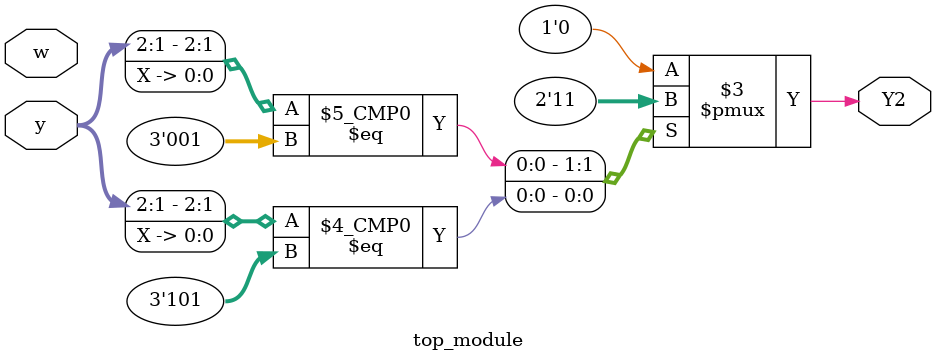
<source format=sv>
module top_module(
	input [3:1] y,
	input w,
	output reg Y2);

	always @(*) begin
		case ({y[2], y[1], y[0]})
			3'b000: Y2 = 1'b0; // A -> B
			3'b001: Y2 = 1'b1; // B -> A
			3'b010: Y2 = 1'b0; // C -> D
			3'b011: Y2 = 1'b0; // D -> A
			3'b100: Y2 = 1'b0; // E -> D
			3'b101: Y2 = 1'b1; // F -> D
			default: Y2 = 1'b0; // Default
		endcase
	end

endmodule

</source>
